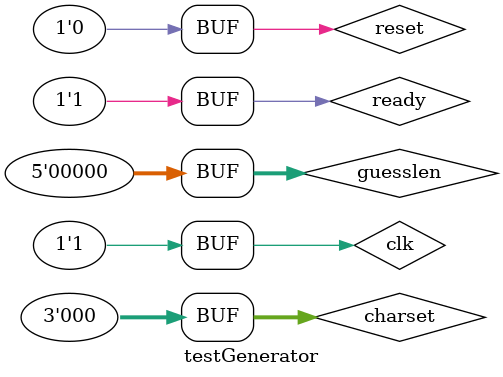
<source format=v>
`timescale 1ns / 1ps


module testGenerator;

	// Inputs
	reg clk;
	reg [2:0] charset;
	reg [4:0] guesslen;
	reg reset;

	// Outputs
	wire [127:0] guess;
	wire done;

	// Instantiate the Unit Under Test (UUT)
	GuessGenerator uut (
		.clk(clk), 
		.charset(charset), 
		.guesslen(guesslen), 
		.reset(reset), 
		.guess(guess), 
		.done(done)
	);

	reg ready;

	initial begin
		// Initialize Inputs
		clk = 0;
		charset = 0;
		guesslen = 0;
		reset = 0;
		ready = 0;

		// Wait 100 ns for global reset to finish
		#100;
        
		//First clock, load all of the stuff
		reset = 1'd1;
		charset = 3'd0;	//lowercase letters
		guesslen = 5'd2;	//2 characters
		clk = 1;
		#5;
		clk = 0;
		guesslen = 5'd0;
		reset = 0;
		#5;
		  
		ready = 1;

	end
	
	always begin
		if(ready)
			clk = 0;
		#5;
		if(ready)
			clk = 1;
		#5;
	end
      
endmodule


</source>
